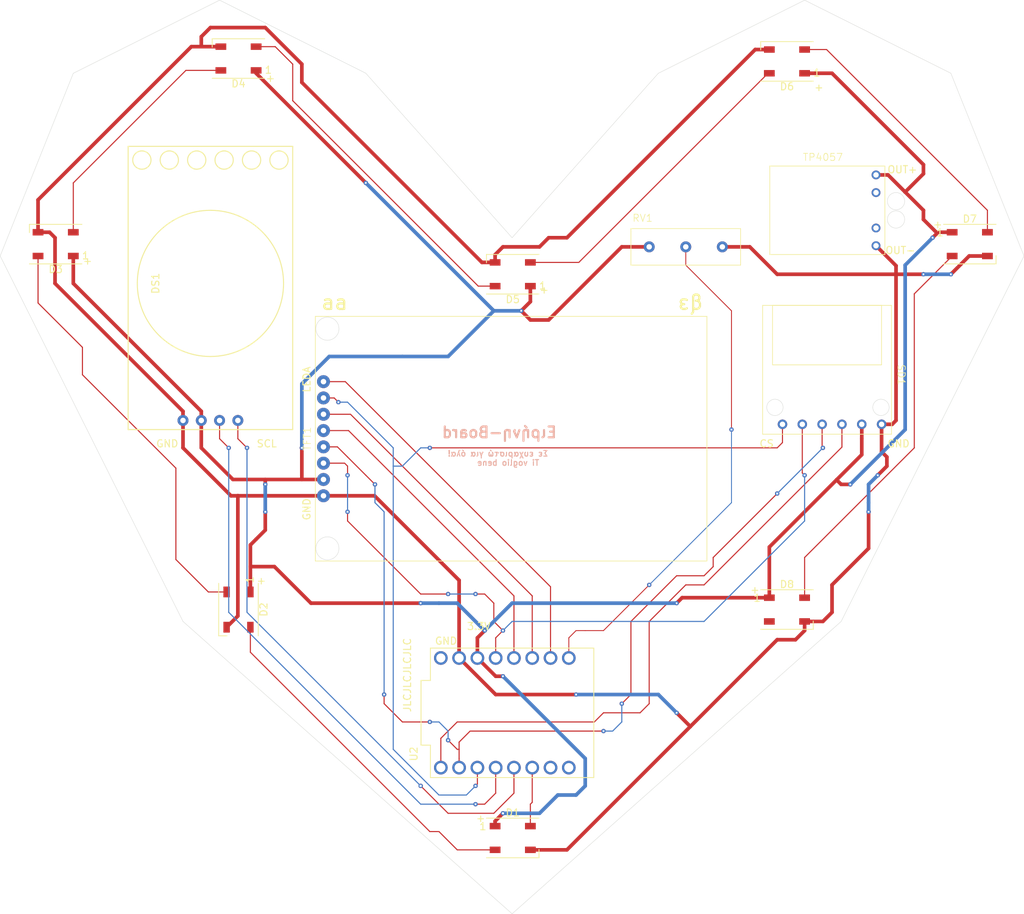
<source format=kicad_pcb>
(kicad_pcb (version 20240108) (generator "pcbnew") (generator_version "8.0")
  (title_block (title "Eirini-Board") (date "2024-07-03") (rev "1.0") (comment 1 "Made by Alessandro Amella"))
  (layers (0 "F.Cu" signal) (31 "B.Cu" signal) (34 "B.Paste" user) (35 "F.Paste" user) (36 "B.SilkS" user "B.Silkscreen") (37 "F.SilkS" user "F.Silkscreen") (38 "B.Mask" user) (39 "F.Mask" user) (44 "Edge.Cuts" user))
  (net 0 "")
  (net 1 "Net-(D1-VDD)")
  (net 2 "Net-(D1-DIN)")
  (net 3 "Net-(D1-DOUT)")
  (net 4 "Net-(D1-VSS)")
  (net 5 "Net-(D2-DOUT)")
  (net 6 "Net-(D3-DOUT)")
  (net 7 "Net-(D4-DOUT)")
  (net 8 "Net-(D5-DOUT)")
  (net 9 "Net-(D6-DOUT)")
  (net 10 "Net-(D7-DOUT)")
  (net 12 "Net-(U2-GPIO4)")
  (net 13 "Net-(U2-GPIO6)")
  (net 14 "Net-(U2-GPIO7)")
  (net 15 "Net-(U2-GPIO3)")
  (net 16 "Net-(U2-GPIO2)")
  (net 18 "Net-(U2-GPIO0)")
  (net 19 "Net-(U2-GPIO1)")
  (net 20 "Net-(U2-GPIO5)")
  (net 25 "Net-(U2-GPIO8)")
  (net 26 "Net-(U2-GPIO9)")
  (footprint "TP4057-correct:TP4057_correct" (layer "F.Cu") (at 129.54 44.45)
    (property "Reference" "TP4057" (at 0 -7.38 0) (layer "F.SilkS") (effects (font (thickness 0.1))))
    (property "Value" "~")
    (fp_line (start -7.38 -6.15) (end 8.61 -6.15) (stroke (width 0.1)) (layer "F.SilkS"))
    (fp_line (start -7.38 6.15) (end -7.38 -6.15) (stroke (width 0.1)) (layer "F.SilkS"))
    (fp_line (start 8.61 -6.15) (end 8.61 6.15) (stroke (width 0.1)) (layer "F.SilkS"))
    (fp_line (start 8.61 6.15) (end -7.38 6.15) (stroke (width 0.1)) (layer "F.SilkS"))
    (pad "+" thru_hole circle (at 7.38 -2.46) (size 1.23 1.23) (drill 0.762) (layers "*.Cu" "*.Mask"))
    (pad "-" thru_hole circle (at 7.38 2.46) (size 1.23 1.23) (drill 0.762) (layers "*.Cu" "*.Mask"))
    (pad "OUT+" thru_hole circle (at 7.38 -4.92) (size 1.23 1.23) (drill 0.762) (layers "*.Cu" "*.Mask") (net 1 "Net-(D1-VDD)"))
    (pad "OUT-" thru_hole circle (at 7.38 4.92) (size 1.23 1.23) (drill 0.762) (layers "*.Cu" "*.Mask") (net 4 "Net-(D1-VSS)"))
  )
  (footprint "LED_SMD:LED_WS2812B_PLCC4_5.0x5.0mm_P3.2mm" (layer "F.Cu") (at 48.35 99.95 -90)
    (property "Reference" "D2" (at 0 -3.5 90) (layer "F.SilkS"))
    (property "Value" "WS2812B")
    (fp_line (start -3.65 2.75) (end 3.65 2.75) (stroke (width 0.12)) (layer "F.SilkS"))
    (fp_line (start 3.65 2.75) (end 3.65 1.6) (stroke (width 0.12)) (layer "F.SilkS"))
    (fp_line (start -3.65 -2.75) (end 3.65 -2.75) (stroke (width 0.12)) (layer "F.SilkS"))
    (fp_text user "1" (at -4.15 -1.6 90) (layer "F.SilkS"))
    (pad "1" smd rect (at -2.45 -1.65 270) (size 1.5 0.9) (layers "F.Cu" "F.Paste" "F.Mask") (net 1 "Net-(D1-VDD)"))
    (pad "2" smd rect (at -2.45 1.65 270) (size 1.5 0.9) (layers "F.Cu" "F.Paste" "F.Mask") (net 5 "Net-(D2-DOUT)"))
    (pad "3" smd rect (at 2.45 1.65 270) (size 1.5 0.9) (layers "F.Cu" "F.Paste" "F.Mask") (net 4 "Net-(D1-VSS)"))
    (pad "4" smd rect (at 2.45 -1.65 270) (size 1.5 0.9) (layers "F.Cu" "F.Paste" "F.Mask") (net 3 "Net-(D1-DOUT)"))
  )
  (footprint "LED_SMD:LED_WS2812B_PLCC4_5.0x5.0mm_P3.2mm" (layer "F.Cu") (at 86.45 131.7)
    (property "Reference" "D1" (at 0 -3.5 0) (layer "F.SilkS"))
    (property "Value" "WS2812B")
    (fp_line (start -3.65 -2.75) (end 3.65 -2.75) (stroke (width 0.12)) (layer "F.SilkS"))
    (fp_line (start -3.65 2.75) (end 3.65 2.75) (stroke (width 0.12)) (layer "F.SilkS"))
    (fp_line (start 3.65 2.75) (end 3.65 1.6) (stroke (width 0.12)) (layer "F.SilkS"))
    (fp_text user "1" (at -4.15 -1.6 0) (layer "F.SilkS"))
    (pad "1" smd rect (at -2.45 -1.65) (size 1.5 0.9) (layers "F.Cu" "F.Paste" "F.Mask") (net 1 "Net-(D1-VDD)"))
    (pad "2" smd rect (at -2.45 1.65) (size 1.5 0.9) (layers "F.Cu" "F.Paste" "F.Mask") (net 3 "Net-(D1-DOUT)"))
    (pad "3" smd rect (at 2.45 1.65) (size 1.5 0.9) (layers "F.Cu" "F.Paste" "F.Mask") (net 4 "Net-(D1-VSS)"))
    (pad "4" smd rect (at 2.45 -1.65) (size 1.5 0.9) (layers "F.Cu" "F.Paste" "F.Mask") (net 2 "Net-(D1-DIN)"))
  )
  (footprint "LED_SMD:LED_WS2812B_PLCC4_5.0x5.0mm_P3.2mm" (layer "F.Cu") (at 86.45 53.34 180)
    (property "Reference" "D5" (at 0 -3.5 0) (layer "F.SilkS"))
    (property "Value" "WS2812B")
    (fp_line (start 3.65 2.75) (end 3.65 1.6) (stroke (width 0.12)) (layer "F.SilkS"))
    (fp_line (start -3.65 2.75) (end 3.65 2.75) (stroke (width 0.12)) (layer "F.SilkS"))
    (fp_line (start -3.65 -2.75) (end 3.65 -2.75) (stroke (width 0.12)) (layer "F.SilkS"))
    (fp_text user "1" (at -4.15 -1.6 0) (layer "F.SilkS"))
    (pad "1" smd rect (at -2.45 -1.65 180) (size 1.5 0.9) (layers "F.Cu" "F.Paste" "F.Mask") (net 1 "Net-(D1-VDD)"))
    (pad "2" smd rect (at -2.45 1.65 180) (size 1.5 0.9) (layers "F.Cu" "F.Paste" "F.Mask") (net 8 "Net-(D5-DOUT)"))
    (pad "3" smd rect (at 2.45 1.65 180) (size 1.5 0.9) (layers "F.Cu" "F.Paste" "F.Mask") (net 4 "Net-(D1-VSS)"))
    (pad "4" smd rect (at 2.45 -1.65 180) (size 1.5 0.9) (layers "F.Cu" "F.Paste" "F.Mask") (net 7 "Net-(D4-DOUT)"))
  )
  (footprint "LED_SMD:LED_WS2812B_PLCC4_5.0x5.0mm_P3.2mm" (layer "F.Cu") (at 124.55 99.95)
    (property "Reference" "D8" (at 0 -3.5 0) (layer "F.SilkS"))
    (property "Value" "WS2812B")
    (fp_line (start -3.65 -2.75) (end 3.65 -2.75) (stroke (width 0.12)) (layer "F.SilkS"))
    (fp_line (start -3.65 2.75) (end 3.65 2.75) (stroke (width 0.12)) (layer "F.SilkS"))
    (fp_line (start 3.65 2.75) (end 3.65 1.6) (stroke (width 0.12)) (layer "F.SilkS"))
    (fp_text user "1" (at -4.15 -1.6 0) (layer "F.SilkS"))
    (pad "1" smd rect (at -2.45 -1.65) (size 1.5 0.9) (layers "F.Cu" "F.Paste" "F.Mask") (net 1 "Net-(D1-VDD)"))
    (pad "2" smd rect (at -2.45 1.65) (size 1.5 0.9) (layers "F.Cu" "F.Paste" "F.Mask"))
    (pad "3" smd rect (at 2.45 1.65) (size 1.5 0.9) (layers "F.Cu" "F.Paste" "F.Mask") (net 4 "Net-(D1-VSS)"))
    (pad "4" smd rect (at 2.45 -1.65) (size 1.5 0.9) (layers "F.Cu" "F.Paste" "F.Mask") (net 10 "Net-(D7-DOUT)"))
  )
  (footprint "megasaturnv_custom_components:RTC_DS3231" (layer "F.Cu") (at 55.88 35.56 -90)
    (property "Reference" "DS1" (at 19.05 19.05 90) (layer "F.SilkS"))
    (property "Value" "~")
    (fp_line (start 0 22.86) (end 39.37 22.86) (stroke (width 0.15)) (layer "F.SilkS"))
    (fp_line (start 0 0) (end 0 22.86) (stroke (width 0.15)) (layer "F.SilkS"))
    (fp_line (start 0 0) (end 39.37 0) (stroke (width 0.15)) (layer "F.SilkS"))
    (fp_line (start 39.37 0) (end 39.37 22.86) (stroke (width 0.15)) (layer "F.SilkS"))
    (fp_circle (center 1.905 20.955) (end 1.905 19.685) (stroke (width 0.15)) (fill none) (layer "F.SilkS"))
    (fp_circle (center 1.905 17.145) (end 1.905 15.875) (stroke (width 0.15)) (fill none) (layer "F.SilkS"))
    (fp_circle (center 1.905 13.335) (end 1.905 12.065) (stroke (width 0.15)) (fill none) (layer "F.SilkS"))
    (fp_circle (center 19.05 11.43) (end 19.05 21.59) (stroke (width 0.15)) (fill none) (layer "F.SilkS"))
    (fp_circle (center 1.905 9.525) (end 1.905 8.255) (stroke (width 0.15)) (fill none) (layer "F.SilkS"))
    (fp_circle (center 1.905 5.715) (end 1.905 4.445) (stroke (width 0.15)) (fill none) (layer "F.SilkS"))
    (fp_circle (center 1.905 1.905) (end 1.905 0.635) (stroke (width 0.15)) (fill none) (layer "F.SilkS"))
    (pad "GND" thru_hole circle (at 38.1 15.24 270) (size 1.524 1.524) (drill 0.762) (layers "*.Cu" "*.Mask") (net 4 "Net-(D1-VSS)"))
    (pad "SCL" thru_hole circle (at 38.1 7.62 270) (size 1.524 1.524) (drill 0.762) (layers "*.Cu" "*.Mask") (net 26 "Net-(U2-GPIO9)"))
    (pad "SDA" thru_hole circle (at 38.1 10.16 270) (size 1.524 1.524) (drill 0.762) (layers "*.Cu" "*.Mask") (net 25 "Net-(U2-GPIO8)"))
    (pad "VCC" thru_hole circle (at 38.1 12.7 270) (size 1.524 1.524) (drill 0.762) (layers "*.Cu" "*.Mask") (net 1 "Net-(D1-VDD)"))
  )
  (footprint "esp32c3supermini:MODULE_ESP32-C3_SUPERMINI" (layer "F.Cu") (at 86.36 114.3 90)
    (property "Reference" "U2" (at -5.715 -13.6525 90) (layer "F.SilkS"))
    (property "Value" "ESP32-C3_SUPERMINI")
    (fp_line (start 4.5 -12.65) (end -4.5 -12.65) (stroke (width 0.127)) (layer "F.SilkS"))
    (fp_line (start 4.5 -12.65) (end 4.5 -11.35) (stroke (width 0.127)) (layer "F.SilkS"))
    (fp_line (start -4.5 -12.65) (end -4.5 -11.35) (stroke (width 0.127)) (layer "F.SilkS"))
    (fp_line (start 9 -11.35) (end 4.5 -11.35) (stroke (width 0.127)) (layer "F.SilkS"))
    (fp_line (start -4.5 -11.35) (end -9 -11.35) (stroke (width 0.127)) (layer "F.SilkS"))
    (fp_line (start 9 11.35) (end 9 -11.35) (stroke (width 0.127)) (layer "F.SilkS"))
    (fp_line (start 9 11.35) (end -9 11.35) (stroke (width 0.127)) (layer "F.SilkS"))
    (fp_line (start -9 11.35) (end -9 -11.35) (stroke (width 0.127)) (layer "F.SilkS"))
    (pad "0" thru_hole circle (at 7.62 7.88 90) (size 1.905 1.905) (drill 1.27) (layers "*.Cu" "*.Mask") (net 18 "Net-(U2-GPIO0)"))
    (pad "1" thru_hole circle (at 7.62 5.34 90) (size 1.905 1.905) (drill 1.27) (layers "*.Cu" "*.Mask") (net 19 "Net-(U2-GPIO1)"))
    (pad "2" thru_hole circle (at 7.62 2.8 90) (size 1.905 1.905) (drill 1.27) (layers "*.Cu" "*.Mask") (net 16 "Net-(U2-GPIO2)"))
    (pad "3" thru_hole circle (at 7.62 0.26 90) (size 1.905 1.905) (drill 1.27) (layers "*.Cu" "*.Mask") (net 15 "Net-(U2-GPIO3)"))
    (pad "3.3" thru_hole circle (at 7.62 -4.82 90) (size 1.905 1.905) (drill 1.27) (layers "*.Cu" "*.Mask") (net 1 "Net-(D1-VDD)"))
    (pad "4" thru_hole circle (at 7.62 -2.28 90) (size 1.905 1.905) (drill 1.27) (layers "*.Cu" "*.Mask") (net 12 "Net-(U2-GPIO4)"))
    (pad "5" thru_hole circle (at -7.62 -9.9 90) (size 1.905 1.905) (drill 1.27) (layers "*.Cu" "*.Mask") (net 20 "Net-(U2-GPIO5)"))
    (pad "5V" thru_hole circle (at 7.62 -9.9 90) (size 1.905 1.905) (drill 1.27) (layers "*.Cu" "*.Mask"))
    (pad "6" thru_hole circle (at -7.62 -7.36 90) (size 1.905 1.905) (drill 1.27) (layers "*.Cu" "*.Mask") (net 13 "Net-(U2-GPIO6)"))
    (pad "7" thru_hole circle (at -7.62 -4.82 90) (size 1.905 1.905) (drill 1.27) (layers "*.Cu" "*.Mask") (net 14 "Net-(U2-GPIO7)"))
    (pad "8" thru_hole circle (at -7.62 -2.28 90) (size 1.905 1.905) (drill 1.27) (layers "*.Cu" "*.Mask") (net 25 "Net-(U2-GPIO8)"))
    (pad "9" thru_hole circle (at -7.62 0.26 90) (size 1.905 1.905) (drill 1.27) (layers "*.Cu" "*.Mask") (net 26 "Net-(U2-GPIO9)"))
    (pad "10" thru_hole circle (at -7.62 2.8 90) (size 1.905 1.905) (drill 1.27) (layers "*.Cu" "*.Mask") (net 2 "Net-(D1-DIN)"))
    (pad "20" thru_hole circle (at -7.62 5.34 90) (size 1.905 1.905) (drill 1.27) (layers "*.Cu" "*.Mask"))
    (pad "21" thru_hole circle (at -7.62 7.88 90) (size 1.905 1.905) (drill 1.27) (layers "*.Cu" "*.Mask"))
    (pad "G" thru_hole circle (at 7.62 -7.36 90) (size 1.905 1.905) (drill 1.27) (layers "*.Cu" "*.Mask") (net 4 "Net-(D1-VSS)"))
  )
  (footprint "LED_SMD:LED_WS2812B_PLCC4_5.0x5.0mm_P3.2mm" (layer "F.Cu") (at 22.95 49.15 180)
    (property "Reference" "D3" (at 0 -3.5 0) (layer "F.SilkS"))
    (property "Value" "WS2812B")
    (fp_line (start 3.65 2.75) (end 3.65 1.6) (stroke (width 0.12)) (layer "F.SilkS"))
    (fp_line (start -3.65 2.75) (end 3.65 2.75) (stroke (width 0.12)) (layer "F.SilkS"))
    (fp_line (start -3.65 -2.75) (end 3.65 -2.75) (stroke (width 0.12)) (layer "F.SilkS"))
    (fp_text user "1" (at -4.15 -1.6 0) (layer "F.SilkS"))
    (pad "1" smd rect (at -2.45 -1.65 180) (size 1.5 0.9) (layers "F.Cu" "F.Paste" "F.Mask") (net 1 "Net-(D1-VDD)"))
    (pad "2" smd rect (at -2.45 1.65 180) (size 1.5 0.9) (layers "F.Cu" "F.Paste" "F.Mask") (net 6 "Net-(D3-DOUT)"))
    (pad "3" smd rect (at 2.45 1.65 180) (size 1.5 0.9) (layers "F.Cu" "F.Paste" "F.Mask") (net 4 "Net-(D1-VSS)"))
    (pad "4" smd rect (at 2.45 -1.65 180) (size 1.5 0.9) (layers "F.Cu" "F.Paste" "F.Mask") (net 5 "Net-(D2-DOUT)"))
  )
  (footprint "LED_SMD:LED_WS2812B_PLCC4_5.0x5.0mm_P3.2mm" (layer "F.Cu") (at 149.95 49.15)
    (property "Reference" "D7" (at 0 -3.5 0) (layer "F.SilkS"))
    (property "Value" "WS2812B")
    (fp_line (start -3.65 -2.75) (end 3.65 -2.75) (stroke (width 0.12)) (layer "F.SilkS"))
    (fp_line (start -3.65 2.75) (end 3.65 2.75) (stroke (width 0.12)) (layer "F.SilkS"))
    (fp_line (start 3.65 2.75) (end 3.65 1.6) (stroke (width 0.12)) (layer "F.SilkS"))
    (fp_text user "1" (at -4.15 -1.6 0) (layer "F.SilkS"))
    (pad "1" smd rect (at -2.45 -1.65) (size 1.5 0.9) (layers "F.Cu" "F.Paste" "F.Mask") (net 1 "Net-(D1-VDD)"))
    (pad "2" smd rect (at -2.45 1.65) (size 1.5 0.9) (layers "F.Cu" "F.Paste" "F.Mask") (net 10 "Net-(D7-DOUT)"))
    (pad "3" smd rect (at 2.45 1.65) (size 1.5 0.9) (layers "F.Cu" "F.Paste" "F.Mask") (net 4 "Net-(D1-VSS)"))
    (pad "4" smd rect (at 2.45 -1.65) (size 1.5 0.9) (layers "F.Cu" "F.Paste" "F.Mask") (net 9 "Net-(D6-DOUT)"))
  )
  (footprint "LED_SMD:LED_WS2812B_PLCC4_5.0x5.0mm_P3.2mm" (layer "F.Cu") (at 48.35 23.35 180)
    (property "Reference" "D4" (at 0 -3.5 0) (layer "F.SilkS"))
    (property "Value" "WS2812B")
    (fp_line (start 3.65 2.75) (end 3.65 1.6) (stroke (width 0.12)) (layer "F.SilkS"))
    (fp_line (start -3.65 2.75) (end 3.65 2.75) (stroke (width 0.12)) (layer "F.SilkS"))
    (fp_line (start -3.65 -2.75) (end 3.65 -2.75) (stroke (width 0.12)) (layer "F.SilkS"))
    (fp_text user "1" (at -4.15 -1.6 0) (layer "F.SilkS"))
    (pad "1" smd rect (at -2.45 -1.65 180) (size 1.5 0.9) (layers "F.Cu" "F.Paste" "F.Mask") (net 1 "Net-(D1-VDD)"))
    (pad "2" smd rect (at -2.45 1.65 180) (size 1.5 0.9) (layers "F.Cu" "F.Paste" "F.Mask") (net 7 "Net-(D4-DOUT)"))
    (pad "3" smd rect (at 2.45 1.65 180) (size 1.5 0.9) (layers "F.Cu" "F.Paste" "F.Mask") (net 4 "Net-(D1-VSS)"))
    (pad "4" smd rect (at 2.45 -1.65 180) (size 1.5 0.9) (layers "F.Cu" "F.Paste" "F.Mask") (net 6 "Net-(D3-DOUT)"))
  )
  (footprint "potentiometer_normal:potentiometer_normal" (layer "F.Cu") (at 110.49 49.53)
    (property "Reference" "RV1" (at -6 -4 0) (layer "F.SilkS") (effects (font (thickness 0.1))))
    (property "Value" "R_Potentiometer")
    (fp_line (start -7.62 -2.54) (end 7.62 -2.54) (stroke (width 0.1)) (layer "F.SilkS"))
    (fp_line (start -7.62 2.54) (end -7.62 -2.54) (stroke (width 0.1)) (layer "F.SilkS"))
    (fp_line (start 7.62 -2.54) (end 7.62 2.54) (stroke (width 0.1)) (layer "F.SilkS"))
    (fp_line (start 7.62 2.54) (end -7.62 2.54) (stroke (width 0.1)) (layer "F.SilkS"))
    (pad "GND" thru_hole circle (at 5.08 0) (size 1.524 1.524) (drill 0.762) (layers "*.Cu" "*.Mask") (net 4 "Net-(D1-VSS)"))
    (pad "OUT" thru_hole circle (at 0 0) (size 1.524 1.524) (drill 0.762) (layers "*.Cu" "*.Mask") (net 18 "Net-(U2-GPIO0)"))
    (pad "VCC" thru_hole circle (at -5.08 0) (size 1.524 1.524) (drill 0.762) (layers "*.Cu" "*.Mask") (net 1 "Net-(D1-VDD)"))
  )
  (footprint "LED_SMD:LED_WS2812B_PLCC4_5.0x5.0mm_P3.2mm" (layer "F.Cu") (at 124.55 23.75 180)
    (property "Reference" "D6" (at 0 -3.5 0) (layer "F.SilkS"))
    (property "Value" "WS2812B")
    (fp_line (start 3.65 2.75) (end 3.65 1.6) (stroke (width 0.12)) (layer "F.SilkS"))
    (fp_line (start -3.65 2.75) (end 3.65 2.75) (stroke (width 0.12)) (layer "F.SilkS"))
    (fp_line (start -3.65 -2.75) (end 3.65 -2.75) (stroke (width 0.12)) (layer "F.SilkS"))
    (fp_text user "1" (at -4.15 -1.6 0) (layer "F.SilkS"))
    (pad "1" smd rect (at -2.45 -1.65 180) (size 1.5 0.9) (layers "F.Cu" "F.Paste" "F.Mask") (net 1 "Net-(D1-VDD)"))
    (pad "2" smd rect (at -2.45 1.65 180) (size 1.5 0.9) (layers "F.Cu" "F.Paste" "F.Mask") (net 9 "Net-(D6-DOUT)"))
    (pad "3" smd rect (at 2.45 1.65 180) (size 1.5 0.9) (layers "F.Cu" "F.Paste" "F.Mask") (net 4 "Net-(D1-VSS)"))
    (pad "4" smd rect (at 2.45 -1.65 180) (size 1.5 0.9) (layers "F.Cu" "F.Paste" "F.Mask") (net 8 "Net-(D5-DOUT)"))
  )
  (footprint "MicroSDMii:MicroSD Reader" (layer "F.Cu") (at 130.81 67.31 -90)
    (property "Reference" "SD1" (at 0 -9.638461 -90) (layer "F.SilkS") (effects (font (thickness 0.1))))
    (property "Value" "~")
    (fp_line (start -9.638461 9.638461) (end -9.638461 -8.261538) (stroke (width 0.1)) (layer "F.SilkS"))
    (fp_line (start 8.261538 9.638461) (end -9.638461 9.638461) (stroke (width 0.1)) (layer "F.SilkS"))
    (fp_line (start -9.638461 -8.261538) (end 8.261538 -8.261538) (stroke (width 0.1)) (layer "F.SilkS"))
    (fp_line (start 8.261538 -8.261538) (end 8.261538 9.638461) (stroke (width 0.1)) (layer "F.SilkS"))
    (fp_rect (start -9.638461 -6.884615) (end -1.376923 8.261538) (stroke (width 0.1)) (fill none) (layer "F.SilkS"))
    (fp_circle (center 4.533332 7.933331) (end 5.666665 7.933331) (stroke (width 0.05)) (fill none) (layer "Edge.Cuts"))
    (fp_circle (center 4.533332 -6.799998) (end 5.666665 -6.799998) (stroke (width 0.05)) (fill none) (layer "Edge.Cuts"))
    (pad "CS" thru_hole circle (at 6.884615 6.884615 270) (size 1.325926 1.325926) (drill 0.762) (layers "*.Cu" "*.Mask") (net 14 "Net-(U2-GPIO7)"))
    (pad "GND" thru_hole circle (at 6.884615 -6.884615 270) (size 1.325926 1.325926) (drill 0.762) (layers "*.Cu" "*.Mask") (net 4 "Net-(D1-VSS)"))
    (pad "MISO" thru_hole circle (at 6.884615 -1.376923 270) (size 1.325926 1.325926) (drill 0.762) (layers "*.Cu" "*.Mask") (net 20 "Net-(U2-GPIO5)"))
    (pad "MOSI" thru_hole circle (at 6.884615 1.376923 270) (size 1.325926 1.325926) (drill 0.762) (layers "*.Cu" "*.Mask") (net 13 "Net-(U2-GPIO6)"))
    (pad "SCK" thru_hole circle (at 6.884615 4.130769 270) (size 1.325926 1.325926) (drill 0.762) (layers "*.Cu" "*.Mask") (net 12 "Net-(U2-GPIO4)"))
    (pad "VCC" thru_hole circle (at 6.884615 -4.130769 270) (size 1.325926 1.325926) (drill 0.762) (layers "*.Cu" "*.Mask") (net 1 "Net-(D1-VDD)"))
  )
  (footprint "TFT1-77:TFT1-77" (layer "F.Cu") (at 85.09 76.2 90)
    (property "Reference" "TFT1" (at -0.000015 -27.200004 90) (layer "F.SilkS") (effects (font (thickness 0.1))))
    (property "Value" "~")
    (fp_line (start 16.999995 -26.066671) (end 16.999995 28.333337) (stroke (width 0.1)) (layer "F.SilkS"))
    (fp_line (start -17.00001 -26.066671) (end 16.999995 -26.066671) (stroke (width 0.1)) (layer "F.SilkS"))
    (fp_line (start 16.999995 28.333337) (end -17.00001 28.333337) (stroke (width 0.1)) (layer "F.SilkS"))
    (fp_line (start -17.00001 28.333337) (end -17.00001 -26.066671) (stroke (width 0.1)) (layer "F.SilkS"))
    (fp_circle (center 15.288226 -24.384) (end 16.421559 -23.250667) (stroke (width 0.05)) (fill none) (layer "Edge.Cuts"))
    (fp_circle (center -15.24 -24.384) (end -14.106667 -23.250667) (stroke (width 0.05)) (fill none) (layer "Edge.Cuts"))
    (pad "CS" thru_hole circle (at 5.666665 -24.933338 90) (size 1.8 1.8) (drill 0.762) (layers "*.Cu" "*.Mask") (net 14 "Net-(U2-GPIO7)"))
    (pad "GND" thru_hole circle (at -7.933331 -24.933338 90) (size 1.8 1.8) (drill 0.762) (layers "*.Cu" "*.Mask") (net 4 "Net-(D1-VSS)"))
    (pad "LEDA" thru_hole circle (at 7.933331 -24.933326 90) (size 1.8 1.8) (drill 0.762) (layers "*.Cu" "*.Mask") (net 19 "Net-(U2-GPIO1)"))
    (pad "RES" thru_hole circle (at 1.133333 -24.933326 90) (size 1.8 1.8) (drill 0.762) (layers "*.Cu" "*.Mask") (net 15 "Net-(U2-GPIO3)"))
    (pad "RS" thru_hole circle (at 3.399999 -24.933326 90) (size 1.8 1.8) (drill 0.762) (layers "*.Cu" "*.Mask") (net 16 "Net-(U2-GPIO2)"))
    (pad "SCK" thru_hole circle (at -3.399999 -24.933326 90) (size 1.8 1.8) (drill 0.762) (layers "*.Cu" "*.Mask") (net 12 "Net-(U2-GPIO4)"))
    (pad "SDA" thru_hole circle (at -1.133333 -24.933338 90) (size 1.8 1.8) (drill 0.762) (layers "*.Cu" "*.Mask") (net 13 "Net-(U2-GPIO6)"))
    (pad "VCC" thru_hole circle (at -5.666665 -24.933326 90) (size 1.8 1.8) (drill 0.762) (layers "*.Cu" "*.Mask") (net 1 "Net-(D1-VDD)"))
  )
  (gr_line (start 66.04 25.4) (end 86.36 48.26) (stroke (width 0.05)) (layer "Edge.Cuts"))
  (gr_line (start 132.08 101.6) (end 86.36 142.24) (stroke (width 0.05)) (layer "Edge.Cuts"))
  (gr_line (start 45.72 15.24) (end 25.4 25.4) (stroke (width 0.05)) (layer "Edge.Cuts"))
  (gr_circle (center 139.7 43.18) (end 140.9 43.18) (stroke (width 0.05)) (fill none) (layer "Edge.Cuts"))
  (gr_line (start 147.32 25.4) (end 157.48 50.8) (stroke (width 0.05)) (layer "Edge.Cuts"))
  (gr_line (start 40.64 101.6) (end 15.24 50.8) (stroke (width 0.05)) (layer "Edge.Cuts"))
  (gr_line (start 86.36 48.26) (end 106.68 25.4) (stroke (width 0.05)) (layer "Edge.Cuts"))
  (gr_line (start 157.48 50.8) (end 132.08 101.6) (stroke (width 0.05)) (layer "Edge.Cuts"))
  (gr_line (start 106.68 25.4) (end 127 15.24) (stroke (width 0.05)) (layer "Edge.Cuts"))
  (gr_circle (center 139.7 45.72) (end 140.9 45.72) (stroke (width 0.05)) (fill none) (layer "Edge.Cuts"))
  (gr_line (start 25.4 25.4) (end 15.24 50.8) (stroke (width 0.05)) (layer "Edge.Cuts"))
  (gr_line (start 127 15.24) (end 147.32 25.4) (stroke (width 0.05)) (layer "Edge.Cuts"))
  (gr_line (start 86.36 142.24) (end 40.64 101.6) (stroke (width 0.05)) (layer "Edge.Cuts"))
  (gr_line (start 45.72 15.24) (end 66.04 25.4) (stroke (width 0.05)) (layer "Edge.Cuts"))
  (gr_text "Ειρήνη-Board" (at 92.71 76.2 0) (layer "B.SilkS") (effects (font (size 1.5 1.5) (thickness 0.3) (bold yes)) (justify left bottom mirror)))
  (gr_text "Σε ευχαριστώ για όλα!\n  Ti voglio bene" (at 91.44 80.01 0) (layer "B.SilkS") (effects (font (size 0.8 0.8) (thickness 0.15) (bold yes)) (justify left bottom mirror)))
  (gr_text "εβ" (at 109.22 58.42 0) (layer "F.SilkS") (effects (font (size 2 2) (thickness 0.3)) (justify left bottom)))
  (gr_text "JLCJLCJLCJLC" (at 72.39 114.3 90) (layer "F.SilkS") (effects (font (size 1 1)) (justify left bottom)))
  (gr_text "+" (at 90.1 56.09 0) (layer "F.SilkS") (effects (font (size 1 1)) (justify left bottom)))
  (gr_text "+" (at 50.8 96.52 0) (layer "F.SilkS") (effects (font (size 1 1)) (justify left bottom)))
  (gr_text "+" (at 128.27 27.94 0) (layer "F.SilkS") (effects (font (size 1 1)) (justify left bottom)))
  (gr_text "OUT+" (at 138.43 39.37 0) (layer "F.SilkS") (effects (font (size 1 1)) (justify left bottom)))
  (gr_text "+" (at 26.67 52.07 0) (layer "F.SilkS") (effects (font (size 1 1)) (justify left bottom)))
  (gr_text "GND" (at 75.565 104.902 0) (layer "F.SilkS") (effects (font (size 1 1)) (justify left bottom)))
  (gr_text "GND" (at 138.43 77.47 0) (layer "F.SilkS") (effects (font (size 1 1)) (justify left bottom)))
  (gr_text "aa" (at 59.69 58.42 0) (layer "F.SilkS") (effects (font (size 2 2) (thickness 0.3)) (justify left bottom)))
  (gr_text "+" (at 52.07 26.67 0) (layer "F.SilkS") (effects (font (size 1 1)) (justify left bottom)))
  (gr_text "GND" (at 58.42 87.63 90) (layer "F.SilkS") (effects (font (size 1 1)) (justify left bottom)))
  (gr_text "CS" (at 120.65 77.47 0) (layer "F.SilkS") (effects (font (size 1 1)) (justify left bottom)))
  (gr_text "LEDA" (at 58.42 69.85 90) (layer "F.SilkS") (effects (font (size 1 1)) (justify left bottom)))
  (gr_text "+" (at 119.38 97.79 0) (layer "F.SilkS") (effects (font (size 1 1)) (justify left bottom)))
  (gr_text "OUT-" (at 138.15 50.6 0) (layer "F.SilkS") (effects (font (size 1 1)) (justify left bottom)))
  (gr_text "SCL" (at 50.8 77.47 0) (layer "F.SilkS") (effects (font (size 1 1)) (justify left bottom)))
  (gr_text "+" (at 144.78 46.99 0) (layer "F.SilkS") (effects (font (size 1 1)) (justify left bottom)))
  (gr_text "+" (at 81.28 129.54 0) (layer "F.SilkS") (effects (font (size 1 1)) (justify left bottom)))
  (gr_text "GND" (at 36.83 77.47 0) (layer "F.SilkS") (effects (font (size 1 1)) (justify left bottom)))
  (gr_text "3.3V" (at 80.01 102.87 0) (layer "F.SilkS") (effects (font (size 1 1)) (justify left bottom)))
  (segment (start 140.97 41.91) (end 143.51 39.37) (width 0.508) (layer "F.Cu") (net 1))
  (segment (start 50.8 25.4) (end 66.04 40.64) (width 0.508) (layer "F.Cu") (net 1))
  (segment (start 109.98 98.3) (end 122.1 98.3) (width 0.508) (layer "F.Cu") (net 1))
  (segment (start 143.51 38.1) (end 130.81 25.4) (width 0.508) (layer "F.Cu") (net 1))
  (segment (start 50 97.5) (end 50 93.98) (width 0.508) (layer "F.Cu") (net 1))
  (segment (start 50 90.97) (end 50.8 90.17) (width 0.508) (layer "F.Cu") (net 1))
  (segment (start 143.51 45.72) (end 143.51 44.45) (width 0.508) (layer "F.Cu") (net 1))
  (segment (start 25.4 50.8) (end 25.4 54.61) (width 0.508) (layer "F.Cu") (net 1))
  (segment (start 53.34 93.98) (end 50 93.98) (width 0.508) (layer "F.Cu") (net 1))
  (segment (start 52.07 82.55) (end 52.07 81.866665) (width 0.508) (layer "F.Cu") (net 1))
  (segment (start 134.940769 78.419231) (end 134.940769 76.2) (width 0.508) (layer "F.Cu") (net 1))
  (segment (start 57.15 81.866665) (end 60.156674 81.866665) (width 0.508) (layer "F.Cu") (net 1))
  (segment (start 122.1 98.3) (end 122.1 91.26) (width 0.508) (layer "F.Cu") (net 1))
  (segment (start 147.5 47.5) (end 145.54 47.5) (width 0.508) (layer "F.Cu") (net 1))
  (segment (start 145.54 47.5) (end 144.78 48.26) (width 0.508) (layer "F.Cu") (net 1))
  (segment (start 73.66 99.06) (end 58.42 99.06) (width 0.508) (layer "F.Cu") (net 1))
  (segment (start 131.445 81.915) (end 134.940769 78.419231) (width 0.508) (layer "F.Cu") (net 1))
  (segment (start 25.4 54.61) (end 43.18 72.39) (width 0.508) (layer "F.Cu") (net 1))
  (segment (start 145.54 47.5) (end 145.29 47.5) (width 0.508) (layer "F.Cu") (net 1))
  (segment (start 81.54 103.88) (end 82.55 102.87) (width 0.508) (layer "F.Cu") (net 1))
  (segment (start 84.08 109.22) (end 85.09 109.22) (width 0.508) (layer "F.Cu") (net 1))
  (segment (start 88.9 57.15) (end 87.63 58.42) (width 0.508) (layer "F.Cu") (net 1))
  (segment (start 101.6 49.53) (end 105.41 49.53) (width 0.508) (layer "F.Cu") (net 1))
  (segment (start 58.42 99.06) (end 53.34 93.98) (width 0.508) (layer "F.Cu") (net 1))
  (segment (start 47.576665 81.866665) (end 52.07 81.866665) (width 0.508) (layer "F.Cu") (net 1))
  (segment (start 84 129.36) (end 85.09 128.27) (width 0.508) (layer "F.Cu") (net 1))
  (segment (start 134.940769 76.2) (end 134.940769 74.194615) (width 0.508) (layer "F.Cu") (net 1))
  (segment (start 52.07 88.9) (end 52.07 86.36) (width 0.508) (layer "F.Cu") (net 1))
  (segment (start 57.15 77.47) (end 57.15 81.866665) (width 0.508) (layer "F.Cu") (net 1))
  (segment (start 122.1 91.26) (end 131.445 81.915) (width 0.508) (layer "F.Cu") (net 1))
  (segment (start 138.59 39.53) (end 136.92 39.53) (width 0.508) (layer "F.Cu") (net 1))
  (segment (start 43.18 73.66) (end 43.18 77.47) (width 0.508) (layer "F.Cu") (net 1))
  (segment (start 143.51 39.37) (end 143.51 38.1) (width 0.508) (layer "F.Cu") (net 1))
  (segment (start 133.35 82.55) (end 132.08 82.55) (width 0.508) (layer "F.Cu") (net 1))
  (segment (start 88.9 59.69) (end 91.44 59.69) (width 0.508) (layer "F.Cu") (net 1))
  (segment (start 52.07 81.866665) (end 57.15 81.866665) (width 0.508) (layer "F.Cu") (net 1))
  (segment (start 88.9 54.99) (end 88.9 57.15) (width 0.508) (layer "F.Cu") (net 1))
  (segment (start 91.44 59.69) (end 101.6 49.53) (width 0.508) (layer "F.Cu") (net 1))
  (segment (start 50 93.98) (end 50 90.97) (width 0.508) (layer "F.Cu") (net 1))
  (segment (start 43.18 77.47) (end 47.576665 81.866665) (width 0.508) (layer "F.Cu") (net 1))
  (segment (start 50.8 25) (end 50.8 25.4) (width 0.508) (layer "F.Cu") (net 1))
  (segment (start 43.18 72.39) (end 43.18 73.66) (width 0.508) (layer "F.Cu") (net 1))
  (segment (start 81.54 106.68) (end 81.54 103.88) (width 0.508) (layer "F.Cu") (net 1))
  (segment (start 130.81 25.4) (end 127 25.4) (width 0.508) (layer "F.Cu") (net 1))
  (segment (start 132.08 82.55) (end 131.445 81.915) (width 0.508) (layer "F.Cu") (net 1))
  (segment (start 50.8 90.17) (end 52.07 88.9) (width 0.508) (layer "F.Cu") (net 1))
  (segment (start 145.29 47.5) (end 143.51 45.72) (width 0.508) (layer "F.Cu") (net 1))
  (segment (start 143.51 44.45) (end 140.97 41.91) (width 0.508) (layer "F.Cu") (net 1))
  (segment (start 109.22 99.06) (end 109.98 98.3) (width 0.508) (layer "F.Cu") (net 1))
  (segment (start 84 130.05) (end 84 129.36) (width 0.508) (layer "F.Cu") (net 1))
  (segment (start 140.97 41.91) (end 138.59 39.53) (width 0.508) (layer "F.Cu") (net 1))
  (segment (start 87.63 58.42) (end 88.9 59.69) (width 0.508) (layer "F.Cu") (net 1))
  (segment (start 81.54 106.68) (end 84.08 109.22) (width 0.508) (layer "F.Cu") (net 1))
  (via (at 133.35 82.55) (size 0.61) (drill 0.254) (layers "F.Cu" "B.Cu") (net 1))
  (via (at 85.09 128.27) (size 0.61) (drill 0.3) (layers "F.Cu" "B.Cu") (net 1))
  (via (at 52.07 86.36) (size 0.61) (drill 0.254) (layers "F.Cu" "B.Cu") (net 1))
  (via (at 52.07 82.55) (size 0.61) (drill 0.254) (layers "F.Cu" "B.Cu") (net 1))
  (via (at 109.22 99.06) (size 0.6) (drill 0.254) (layers "F.Cu" "B.Cu") (net 1))
  (via (at 66.04 40.64) (size 0.61) (drill 0.254) (layers "F.Cu" "B.Cu") (net 1))
  (via (at 57.15 77.47) (size 0.61) (drill 0.254) (layers "F.Cu" "B.Cu") (net 1))
  (via (at 82.55 102.87) (size 0.61) (drill 0.254) (layers "F.Cu" "B.Cu") (net 1))
  (via (at 87.63 58.42) (size 0.61) (drill 0.254) (layers "F.Cu" "B.Cu") (net 1))
  (via (at 144.78 48.26) (size 0.61) (drill 0.254) (layers "F.Cu" "B.Cu") (net 1))
  (via (at 73.66 99.06) (size 0.61) (drill 0.254) (layers "F.Cu" "B.Cu") (net 1))
  (via (at 85.09 109.22) (size 0.6) (drill 0.254) (layers "F.Cu" "B.Cu") (net 1))
  (segment (start 83.82 58.42) (end 77.47 64.77) (width 0.508) (layer "B.Cu") (net 1))
  (segment (start 83.82 58.42) (end 87.63 58.42) (width 0.508) (layer "B.Cu") (net 1))
  (segment (start 60.96 64.77) (end 57.15 68.58) (width 0.508) (layer "B.Cu") (net 1))
  (segment (start 140.97 74.93) (end 133.35 82.55) (width 0.508) (layer "B.Cu") (net 1))
  (segment (start 96.52 120.65) (end 85.09 109.22) (width 0.508) (layer "B.Cu") (net 1))
  (segment (start 71.12 64.77) (end 60.96 64.77) (width 0.508) (layer "B.Cu") (net 1))
  (segment (start 85.09 128.27) (end 90.17 128.27) (width 0.508) (layer "B.Cu") (net 1))
  (segment (start 82.55 102.87) (end 78.74 99.06) (width 0.508) (layer "B.Cu") (net 1))
  (segment (start 78.74 99.06) (end 76.2 99.06) (width 0.508) (layer "B.Cu") (net 1))
  (segment (start 52.07 86.36) (end 52.07 82.55) (width 0.508) (layer "B.Cu") (net 1))
  (segment (start 90.17 128.27) (end 92.71 125.73) (width 0.508) (layer "B.Cu") (net 1))
  (segment (start 77.47 64.77) (end 71.12 64.77) (width 0.508) (layer "B.Cu") (net 1))
  (segment (start 95.25 125.73) (end 96.52 124.46) (width 0.508) (layer "B.Cu") (net 1))
  (segment (start 76.2 99.06) (end 73.66 99.06) (width 0.508) (layer "B.Cu") (net 1))
  (segment (start 82.55 102.87) (end 86.36 99.06) (width 0.508) (layer "B.Cu") (net 1))
  (segment (start 92.71 125.73) (end 95.25 125.73) (width 0.508) (layer "B.Cu") (net 1))
  (segment (start 86.36 99.06) (end 109.22 99.06) (width 0.508) (layer "B.Cu") (net 1))
  (segment (start 96.52 124.46) (end 96.52 120.65) (width 0.508) (layer "B.Cu") (net 1))
  (segment (start 66.04 40.64) (end 83.82 58.42) (width 0.508) (layer "B.Cu") (net 1))
  (segment (start 144.78 48.26) (end 140.97 52.07) (width 0.508) (layer "B.Cu") (net 1))
  (segment (start 57.15 68.58) (end 57.15 77.47) (width 0.508) (layer "B.Cu") (net 1))
  (segment (start 140.97 52.07) (end 140.97 74.93) (width 0.508) (layer "B.Cu") (net 1))
  (segment (start 89.16 121.92) (end 89.16 126.74) (width 0.1524) (layer "F.Cu") (net 2))
  (segment (start 89.16 126.74) (end 88.9 127) (width 0.1524) (layer "F.Cu") (net 2))
  (segment (start 88.9 127) (end 88.9 130.05) (width 0.1524) (layer "F.Cu") (net 2))
  (segment (start 50 102.4) (end 50 105.88) (width 0.1524) (layer "F.Cu") (net 3))
  (segment (start 76.2 130.81) (end 78.74 133.35) (width 0.1524) (layer "F.Cu") (net 3))
  (segment (start 74.93 130.81) (end 76.2 130.81) (width 0.1524) (layer "F.Cu") (net 3))
  (segment (start 78.74 133.35) (end 84 133.35) (width 0.1524) (layer "F.Cu") (net 3))
  (segment (start 50 105.88) (end 74.93 130.81) (width 0.1524) (layer "F.Cu") (net 3))
  (segment (start 57.15 26.67) (end 57.15 24.13) (width 0.508) (layer "F.Cu") (net 4))
  (segment (start 152.4 50.8) (end 149.86 50.8) (width 0.508) (layer "F.Cu") (net 4))
  (segment (start 93.98 48.26) (end 91.44 48.26) (width 0.508) (layer "F.Cu") (net 4))
  (segment (start 139.7 53.34) (end 139.7 52.15) (width 0.508) (layer "F.Cu") (net 4))
  (segment (start 43.18 21.7) (end 41.8 21.7) (width 0.508) (layer "F.Cu") (net 4))
  (segment (start 84 51.69) (end 82.17 51.69) (width 0.508) (layer "F.Cu") (net 4))
  (segment (start 119.38 49.53) (end 115.57 49.53) (width 0.508) (layer "F.Cu") (net 4))
  (segment (start 149.86 50.8) (end 147.32 53.34) (width 0.508) (layer "F.Cu") (net 4))
  (segment (start 130.81 96.52) (end 130.81 100.33) (width 0.508) (layer "F.Cu") (net 4))
  (segment (start 67.251357 84.133331) (end 79 95.881974) (width 0.508) (layer "F.Cu") (net 4))
  (segment (start 48.26 84.133331) (end 60.156662 84.133331) (width 0.508) (layer "F.Cu") (net 4))
  (segment (start 137.694615 78.004615) (end 138.43 78.74) (width 0.508) (layer "F.Cu") (net 4))
  (segment (start 123.19 53.34) (end 119.38 49.53) (width 0.508) (layer "F.Cu") (net 4))
  (segment (start 46.7 102.4) (end 48.26 100.84) (width 0.508) (layer "F.Cu") (net 4))
  (segment (start 138.43 78.74) (end 138.43 80.01) (width 0.508) (layer "F.Cu") (net 4))
  (segment (start 48.26 100.84) (end 48.26 84.133331) (width 0.508) (layer "F.Cu") (net 4))
  (segment (start 52.07 19.05) (end 44.45 19.05) (width 0.508) (layer "F.Cu") (net 4))
  (segment (start 128.27 101.6) (end 127 101.6) (width 0.508) (layer "F.Cu") (net 4))
  (segment (start 40.64 73.66) (end 40.64 72.39) (width 0.508) (layer "F.Cu") (net 4))
  (segment (start 120.14 22.1) (end 93.98 48.26) (width 0.508) (layer "F.Cu") (net 4))
  (segment (start 139.7 52.15) (end 136.92 49.37) (width 0.508) (layer "F.Cu") (net 4))
  (segment (start 135.89 91.44) (end 130.81 96.52) (width 0.508) (layer "F.Cu") (net 4))
  (segment (start 84 50.62) (end 84 51.69) (width 0.508) (layer "F.Cu") (net 4))
  (segment (start 22.1 47.5) (end 20.5 47.5) (width 0.508) (layer "F.Cu") (net 4))
  (segment (start 139.165385 74.194615) (end 139.7 73.66) (width 0.508) (layer "F.Cu") (net 4))
  (segment (start 139.7 73.66) (end 139.7 53.34) (width 0.508) (layer "F.Cu") (net 4))
  (segment (start 139.7 53.34) (end 123.19 53.34) (width 0.508) (layer "F.Cu") (net 4))
  (segment (start 82.17 51.69) (end 57.15 26.67) (width 0.508) (layer "F.Cu") (net 4))
  (segment (start 40.64 72.39) (end 22.86 54.61) (width 0.508) (layer "F.Cu") (net 4))
  (segment (start 47.303331 84.133331) (end 48.26 84.133331) (width 0.508) (layer "F.Cu") (net 4))
  (segment (start 44.45 19.05) (end 43.18 20.32) (width 0.508) (layer "F.Cu") (net 4))
  (segment (start 57.15 24.13) (end 52.07 19.05) (width 0.508) (layer "F.Cu") (net 4))
  (segment (start 45.9 21.7) (end 43.18 21.7) (width 0.508) (layer "F.Cu") (net 4))
  (segment (start 41.8 21.7) (end 20.5 43) (width 0.508) (layer "F.Cu") (net 4))
  (segment (start 109.22 114.3) (end 111.125 116.205) (width 0.508) (layer "F.Cu") (net 4))
  (segment (start 90.17 49.53) (end 85.09 49.53) (width 0.508) (layer "F.Cu") (net 4))
  (segment (start 127 101.6) (end 127 102.87) (width 0.508) (layer "F.Cu") (net 4))
  (segment (start 143.51 53.34) (end 139.7 53.34) (width 0.508) (layer "F.Cu") (net 4))
  (segment (start 40.64 77.47) (end 47.303331 84.133331) (width 0.508) (layer "F.Cu") (net 4))
  (segment (start 22.86 48.26) (end 22.1 47.5) (width 0.508) (layer "F.Cu") (net 4))
  (segment (start 79 95.881974) (end 79 106.68) (width 0.508) (layer "F.Cu") (net 4))
  (segment (start 129.54 101.6) (end 128.27 101.6) (width 0.508) (layer "F.Cu") (net 4))
  (segment (start 122.1 22.1) (end 120.14 22.1) (width 0.508) (layer "F.Cu") (net 4))
  (segment (start 137.694615 74.194615) (end 137.694615 78.004615) (width 0.508) (layer "F.Cu") (net 4))
  (segment (start 40.64 73.66) (end 40.64 77.47) (width 0.508) (layer "F.Cu") (net 4))
  (segment (start 88.9 133.35) (end 93.98 133.35) (width 0.508) (layer "F.Cu") (net 4))
  (segment (start 60.156662 84.133331) (end 67.251357 84.133331) (width 0.508) (layer "F.Cu") (net 4))
  (segment (start 125.73 104.14) (end 123.19 104.14) (width 0.508) (layer "F.Cu") (net 4))
  (segment (start 111.125 116.205) (end 123.19 104.14) (width 0.508) (layer "F.Cu") (net 4))
  (segment (start 135.89 86.36) (end 135.89 91.44) (width 0.508) (layer "F.Cu") (net 4))
  (segment (start 43.18 20.32) (end 43.18 21.7) (width 0.508) (layer "F.Cu") (net 4))
  (segment (start 127 102.87) (end 125.73 104.14) (width 0.508) (layer "F.Cu") (net 4))
  (segment (start 130.81 100.33) (end 129.54 101.6) (width 0.508) (layer "F.Cu") (net 4))
  (segment (start 20.5 43) (end 20.5 47.5) (width 0.508) (layer "F.Cu") (net 4))
  (segment (start 138.43 80.01) (end 137.16 81.28) (width 0.508) (layer "F.Cu") (net 4))
  (segment (start 79 106.68) (end 84.08 111.76) (width 0.508) (layer "F.Cu") (net 4))
  (segment (start 137.694615 74.194615) (end 139.165385 74.194615) (width 0.508) (layer "F.Cu") (net 4))
  (segment (start 85.09 49.53) (end 84 50.62) (width 0.508) (layer "F.Cu") (net 4))
  (segment (start 84.08 111.76) (end 95.25 111.76) (width 0.508) (layer "F.Cu") (net 4))
  (segment (start 93.98 133.35) (end 111.125 116.205) (width 0.508) (layer "F.Cu") (net 4))
  (segment (start 22.86 54.61) (end 22.86 48.26) (width 0.508) (layer "F.Cu") (net 4))
  (segment (start 91.44 48.26) (end 90.17 49.53) (width 0.508) (layer "F.Cu") (net 4))
  (via (at 109.22 114.3) (size 0.61) (drill 0.254) (layers "F.Cu" "B.Cu") (net 4))
  (via (at 137.16 81.28) (size 0.61) (drill 0.254) (layers "F.Cu" "B.Cu") (net 4))
  (via (at 147.32 53.34) (size 0.61) (drill 0.254) (layers "F.Cu" "B.Cu") (net 4))
  (via (at 95.25 111.76) (size 0.6) (drill 0.254) (layers "F.Cu" "B.Cu") (net 4))
  (via (at 135.89 86.36) (size 0.61) (drill 0.254) (layers "F.Cu" "B.Cu") (net 4))
  (via (at 143.51 53.34) (size 0.61) (drill 0.254) (layers "F.Cu" "B.Cu") (net 4))
  (segment (start 95.25 111.76) (end 106.68 111.76) (width 0.508) (layer "B.Cu") (net 4))
  (segment (start 135.89 82.55) (end 135.89 85.09) (width 0.508) (layer "B.Cu") (net 4))
  (segment (start 135.89 85.09) (end 135.89 86.36) (width 0.508) (layer "B.Cu") (net 4))
  (segment (start 106.68 111.76) (end 109.22 114.3) (width 0.508) (layer "B.Cu") (net 4))
  (segment (start 137.16 81.28) (end 135.89 82.55) (width 0.508) (layer "B.Cu") (net 4))
  (segment (start 147.32 53.34) (end 143.51 53.34) (width 0.508) (layer "B.Cu") (net 4))
  (segment (start 26.67 67.31) (end 26.67 63.5) (width 0.1524) (layer "F.Cu") (net 5))
  (segment (start 39.6494 92.9894) (end 39.6494 80.2894) (width 0.1524) (layer "F.Cu") (net 5))
  (segment (start 20.5 57.33) (end 20.5 50.8) (width 0.1524) (layer "F.Cu") (net 5))
  (segment (start 44.16 97.5) (end 39.6494 92.9894) (width 0.1524) (layer "F.Cu") (net 5))
  (segment (start 39.6494 80.2894) (end 26.67 67.31) (width 0.1524) (layer "F.Cu") (net 5))
  (segment (start 26.67 63.5) (end 20.5 57.33) (width 0.1524) (layer "F.Cu") (net 5))
  (segment (start 46.7 97.5) (end 44.16 97.5) (width 0.1524) (layer "F.Cu") (net 5))
  (segment (start 45.9 25) (end 41.04 25) (width 0.1524) (layer "F.Cu") (net 6))
  (segment (start 41.04 25) (end 25.4 40.64) (width 0.1524) (layer "F.Cu") (net 6))
  (segment (start 25.4 40.64) (end 25.4 47.5) (width 0.1524) (layer "F.Cu") (net 6))
  (segment (start 55.88 24.13) (end 53.45 21.7) (width 0.1524) (layer "F.Cu") (net 7))
  (segment (start 53.45 21.7) (end 50.8 21.7) (width 0.1524) (layer "F.Cu") (net 7))
  (segment (start 84 54.99) (end 81.66 54.99) (width 0.1524) (layer "F.Cu") (net 7))
  (segment (start 81.66 54.99) (end 55.88 29.21) (width 0.1524) (layer "F.Cu") (net 7))
  (segment (start 55.88 29.21) (end 55.88 24.13) (width 0.1524) (layer "F.Cu") (net 7))
  (segment (start 95.63 51.69) (end 121.92 25.4) (width 0.1524) (layer "F.Cu") (net 8))
  (segment (start 88.9 51.69) (end 95.63 51.69) (width 0.1524) (layer "F.Cu") (net 8))
  (segment (start 121.92 25.4) (end 122.1 25.4) (width 0.1524) (layer "F.Cu") (net 8))
  (segment (start 127 22.1) (end 130.05 22.1) (width 0.1524) (layer "F.Cu") (net 9))
  (segment (start 130.05 22.1) (end 152.4 44.45) (width 0.1524) (layer "F.Cu") (net 9))
  (segment (start 152.4 44.45) (end 152.4 47.5) (width 0.1524) (layer "F.Cu") (net 9))
  (segment (start 142.24 56.06) (end 142.24 77.47) (width 0.1524) (layer "F.Cu") (net 10))
  (segment (start 142.24 77.47) (end 127 92.71) (width 0.1524) (layer "F.Cu") (net 10))
  (segment (start 147.5 50.8) (end 142.24 56.06) (width 0.1524) (layer "F.Cu") (net 10))
  (segment (start 127 92.71) (end 127 98.3) (width 0.1524) (layer "F.Cu") (net 10))
  (segment (start 127 81.28) (end 126.679231 80.959231) (width 0.1524) (layer "F.Cu") (net 12))
  (segment (start 126.679231 80.959231) (end 126.679231 74.194615) (width 0.1524) (layer "F.Cu") (net 12))
  (segment (start 82.55 97.79) (end 83.82 99.06) (width 0.1524) (layer "F.Cu") (net 12))
  (segment (start 81.28 97.79) (end 82.55 97.79) (width 0.1524) (layer "F.Cu") (net 12))
  (segment (start 63.5 86.36) (end 63.5 87.63) (width 0.1524) (layer "F.Cu") (net 12))
  (segment (start 63.5 87.63) (end 73.66 97.79) (width 0.1524) (layer "F.Cu") (net 12))
  (segment (start 83.82 99.06) (end 83.82 101.6) (width 0.1524) (layer "F.Cu") (net 12))
  (segment (start 73.66 97.79) (end 77.47 97.79) (width 0.1524) (layer "F.Cu") (net 12))
  (segment (start 84.08 103.88) (end 85.09 102.87) (width 0.1524) (layer "F.Cu") (net 12))
  (segment (start 63.5 80.01) (end 63.5 81.28) (width 0.1524) (layer "F.Cu") (net 12))
  (segment (start 63.089999 79.599999) (end 63.5 80.01) (width 0.1524) (layer "F.Cu") (net 12))
  (segment (start 83.82 101.6) (end 85.09 102.87) (width 0.1524) (layer "F.Cu") (net 12))
  (segment (start 60.156674 79.599999) (end 63.089999 79.599999) (width 0.1524) (layer "F.Cu") (net 12))
  (segment (start 84.08 106.68) (end 84.08 103.88) (width 0.1524) (layer "F.Cu") (net 12))
  (via (at 81.28 97.79) (size 0.61) (drill 0.254) (layers "F.Cu" "B.Cu") (net 12))
  (via (at 85.09 102.87) (size 0.61) (drill 0.254) (layers "F.Cu" "B.Cu") (net 12))
  (via (at 127 81.28) (size 0.61) (drill 0.254) (layers "F.Cu" "B.Cu") (net 12))
  (via (at 63.5 86.36) (size 0.61) (drill 0.254) (layers "F.Cu" "B.Cu") (net 12))
  (via (at 63.5 81.28) (size 0.61) (drill 0.254) (layers "F.Cu" "B.Cu") (net 12))
  (via (at 77.47 97.79) (size 0.61) (drill 0.254) (layers "F.Cu" "B.Cu") (net 12))
  (segment (start 86.36 101.6) (end 113.03 101.6) (width 0.1524) (layer "B.Cu") (net 12))
  (segment (start 77.47 97.79) (end 81.28 97.79) (width 0.1524) (layer "B.Cu") (net 12))
  (segment (start 127 87.63) (end 127 81.28) (width 0.1524) (layer "B.Cu") (net 12))
  (segment (start 85.09 102.87) (end 86.36 101.6) (width 0.1524) (layer "B.Cu") (net 12))
  (segment (start 63.5 81.28) (end 63.5 86.36) (width 0.1524) (layer "B.Cu") (net 12))
  (segment (start 113.03 101.6) (end 127 87.63) (width 0.1524) (layer "B.Cu") (net 12))
  (segment (start 114.3 92.71) (end 114.3 93.98) (width 0.1524) (layer "F.Cu") (net 13))
  (segment (start 114.3 93.98) (end 113.03 95.25) (width 0.1524) (layer "F.Cu") (net 13))
  (segment (start 66.04 81.28) (end 67.31 82.55) (width 0.1524) (layer "F.Cu") (net 13))
  (segment (start 101.6 113.03) (end 102.87 111.76) (width 0.1524) (layer "F.Cu") (net 13))
  (segment (start 109.22 95.25) (end 104.14 100.33) (width 0.1524) (layer "F.Cu") (net 13))
  (segment (start 79 118.37) (end 80.53 116.84) (width 0.1524) (layer "F.Cu") (net 13))
  (segment (start 79 119.38) (end 78.74 119.38) (width 0.1524) (layer "F.Cu") (net 13))
  (segment (start 104.14 100.33) (end 102.87 101.6) (width 0.1524) (layer "F.Cu") (net 13))
  (segment (start 68.58 113.03) (end 71.12 115.57) (width 0.1524) (layer "F.Cu") (net 13))
  (segment (start 60.156662 77.333333) (end 62.093333 77.333333) (width 0.1524) (layer "F.Cu") (net 13))
  (segment (start 129.433077 74.194615) (end 129.433077 77.363077) (width 0.1524) (layer "F.Cu") (net 13))
  (segment (start 62.093333 77.333333) (end 63.5 78.74) (width 0.1524) (layer "F.Cu") (net 13))
  (segment (start 123.19 83.82) (end 114.3 92.71) (width 0.1524) (layer "F.Cu") (net 13))
  (segment (start 129.433077 77.363077) (end 129.54 77.47) (width 0.1524) (layer "F.Cu") (net 13))
  (segment (start 102.87 101.6) (end 102.87 111.76) (width 0.1524) (layer "F.Cu") (net 13))
  (segment (start 79 121.92) (end 79 120.65) (width 0.1524) (layer "F.Cu") (net 13))
  (segment (start 63.5 78.74) (end 66.04 81.28) (width 0.1524) (layer "F.Cu") (net 13))
  (segment (start 68.58 111.76) (end 68.58 113.03) (width 0.1524) (layer "F.Cu") (net 13))
  (segment (start 71.12 115.57) (end 74.93 115.57) (width 0.1524) (layer "F.Cu") (net 13))
  (segment (start 113.03 95.25) (end 109.22 95.25) (width 0.1524) (layer "F.Cu") (net 13))
  (segment (start 79 119.38) (end 79 118.37) (width 0.1524) (layer "F.Cu") (net 13))
  (segment (start 78.74 119.38) (end 77.47 118.11) (width 0.1524) (layer "F.Cu") (net 13))
  (segment (start 80.53 116.84) (end 99.06 116.84) (width 0.1524) (layer "F.Cu") (net 13))
  (segment (start 79 120.65) (end 79 119.38) (width 0.1524) (layer "F.Cu") (net 13))
  (via (at 101.6 113.03) (size 0.61) (drill 0.254) (layers "F.Cu" "B.Cu") (net 13))
  (via (at 77.47 118.11) (size 0.61) (drill 0.254) (layers "F.Cu" "B.Cu") (net 13))
  (via (at 99.06 116.84) (size 0.61) (drill 0.254) (layers "F.Cu" "B.Cu") (net 13))
  (via (at 123.19 83.82) (size 0.61) (drill 0.254) (layers "F.Cu" "B.Cu") (net 13))
  (via (at 74.93 115.57) (size 0.61) (drill 0.254) (layers "F.Cu" "B.Cu") (net 13))
  (via (at 67.31 82.55) (size 0.61) (drill 0.254) (layers "F.Cu" "B.Cu") (net 13))
  (via (at 129.54 77.47) (size 0.61) (drill 0.254) (layers "F.Cu" "B.Cu") (net 13))
  (via (at 68.58 111.76) (size 0.61) (drill 0.254) (layers "F.Cu" "B.Cu") (net 13))
  (segment (start 76.2 115.57) (end 77.47 116.84) (width 0.1524) (layer "B.Cu") (net 13))
  (segment (start 101.6 115.57) (end 101.6 114.3) (width 0.1524) (layer "B.Cu") (net 13))
  (segment (start 67.31 85.09) (end 67.31 82.55) (width 0.1524) (layer "B.Cu") (net 13))
  (segment (start 101.6 114.3) (end 101.6 113.03) (width 0.1524) (layer "B.Cu") (net 13))
  (segment (start 77.47 116.84) (end 77.47 118.11) (width 0.1524) (layer "B.Cu") (net 13))
  (segment (start 99.06 116.84) (end 100.33 116.84) (width 0.1524) (layer "B.Cu") (net 13))
  (segment (start 129.54 77.47) (end 123.19 83.82) (width 0.1524) (layer "B.Cu") (net 13))
  (segment (start 100.33 116.84) (end 101.6 115.57) (width 0.1524) (layer "B.Cu") (net 13))
  (segment (start 68.58 86.36) (end 67.31 85.09) (width 0.1524) (layer "B.Cu") (net 13))
  (segment (start 68.58 111.76) (end 68.58 86.36) (width 0.1524) (layer "B.Cu") (net 13))
  (segment (start 74.93 115.57) (end 76.2 115.57) (width 0.1524) (layer "B.Cu") (net 13))
  (segment (start 123.19 77.47) (end 74.93 77.47) (width 0.1524) (layer "F.Cu") (net 14))
  (segment (start 81.54 121.92) (end 81.54 124.2) (width 0.1524) (layer "F.Cu") (net 14))
  (segment (start 81.54 124.2) (end 81.28 124.46) (width 0.1524) (layer "F.Cu") (net 14))
  (segment (start 61.643335 70.533335) (end 62.23 71.12) (width 0.1524) (layer "F.Cu") (net 14))
  (segment (start 123.925385 76.734615) (end 123.19 77.47) (width 0.1524) (layer "F.Cu") (net 14))
  (segment (start 123.925385 74.194615) (end 123.925385 76.734615) (width 0.1524) (layer "F.Cu") (net 14))
  (segment (start 60.156662 70.533335) (end 61.643335 70.533335) (width 0.1524) (layer "F.Cu") (net 14))
  (via (at 62.23 71.12) (size 0.61) (drill 0.254) (layers "F.Cu" "B.Cu") (net 14))
  (via (at 74.93 77.47) (size 0.61) (drill 0.254) (layers "F.Cu" "B.Cu") (net 14))
  (via (at 81.28 124.46) (size 0.61) (drill 0.254) (layers "F.Cu" "B.Cu") (net 14))
  (segment (start 81.28 124.46) (end 80.01 125.73) (width 0.1524) (layer "B.Cu") (net 14))
  (segment (start 71.12 80.01) (end 73.66 77.47) (width 0.1524) (layer "B.Cu") (net 14))
  (segment (start 76.2 125.73) (end 69.85 119.38) (width 0.1524) (layer "B.Cu") (net 14))
  (segment (start 69.85 80.01) (end 69.85 77.47) (width 0.1524) (layer "B.Cu") (net 14))
  (segment (start 80.01 125.73) (end 76.2 125.73) (width 0.1524) (layer "B.Cu") (net 14))
  (segment (start 69.85 77.47) (end 63.5 71.12) (width 0.1524) (layer "B.Cu") (net 14))
  (segment (start 69.85 80.01) (end 71.12 80.01) (width 0.1524) (layer "B.Cu") (net 14))
  (segment (start 63.5 71.12) (end 62.23 71.12) (width 0.1524) (layer "B.Cu") (net 14))
  (segment (start 69.85 119.38) (end 69.85 80.01) (width 0.1524) (layer "B.Cu") (net 14))
  (segment (start 73.66 77.47) (end 74.93 77.47) (width 0.1524) (layer "B.Cu") (net 14))
  (segment (start 60.156674 75.066667) (end 63.636667 75.066667) (width 0.1524) (layer "F.Cu") (net 15))
  (segment (start 63.636667 75.066667) (end 86.62 98.05) (width 0.1524) (layer "F.Cu") (net 15))
  (segment (start 86.62 98.05) (end 86.62 106.68) (width 0.1524) (layer "F.Cu") (net 15))
  (segment (start 60.156674 72.800001) (end 63.910001 72.800001) (width 0.1524) (layer "F.Cu") (net 16))
  (segment (start 63.910001 72.800001) (end 89.16 98.05) (width 0.1524) (layer "F.Cu") (net 16))
  (segment (start 89.16 98.05) (end 89.16 106.68) (width 0.1524) (layer "F.Cu") (net 16))
  (segment (start 94.24 103.88) (end 95.25 102.87) (width 0.127) (layer "F.Cu") (net 18))
  (segment (start 105.41 96.52) (end 99.06 102.87) (width 0.127) (layer "F.Cu") (net 18))
  (segment (start 116.84 58.42) (end 116.84 74.93) (width 0.127) (layer "F.Cu") (net 18))
  (segment (start 110.49 52.07) (end 116.84 58.42) (width 0.127) (layer "F.Cu") (net 18))
  (segment (start 110.49 49.53) (end 110.49 52.07) (width 0.127) (layer "F.Cu") (net 18))
  (segment (start 94.24 106.68) (end 94.24 103.88) (width 0.127) (layer "F.Cu") (net 18))
  (segment (start 95.25 102.87) (end 96.52 102.87) (width 0.127) (layer "F.Cu") (net 18))
  (segment (start 99.06 102.87) (end 96.52 102.87) (width 0.127) (layer "F.Cu") (net 18))
  (via (at 116.84 74.93) (size 0.61) (drill 0.254) (layers "F.Cu" "B.Cu") (net 18))
  (via (at 105.41 96.52) (size 0.61) (drill 0.254) (layers "F.Cu" "B.Cu") (net 18))
  (segment (start 116.84 74.93) (end 116.84 85.09) (width 0.127) (layer "B.Cu") (net 18))
  (segment (start 116.84 85.09) (end 105.41 96.52) (width 0.127) (layer "B.Cu") (net 18))
  (segment (start 91.7 96.78) (end 91.7 106.68) (width 0.1524) (layer "F.Cu") (net 19))
  (segment (start 63.186669 68.266669) (end 91.7 96.78) (width 0.1524) (layer "F.Cu") (net 19))
  (segment (start 60.156674 68.266669) (end 63.186669 68.266669) (width 0.1524) (layer "F.Cu") (net 19))
  (segment (start 76.46 121.92) (end 76.46 117.85) (width 0.1524) (layer "F.Cu") (net 20))
  (segment (start 132.186923 77.363077) (end 132.186923 74.194615) (width 0.1524) (layer "F.Cu") (net 20))
  (segment (start 113.03 96.52) (end 132.186923 77.363077) (width 0.1524) (layer "F.Cu") (net 20))
  (segment (start 97.79 115.57) (end 99.06 114.3) (width 0.1524) (layer "F.Cu") (net 20))
  (segment (start 104.14 114.3) (end 105.41 113.03) (width 0.1524) (layer "F.Cu") (net 20))
  (segment (start 99.06 114.3) (end 104.14 114.3) (width 0.1524) (layer "F.Cu") (net 20))
  (segment (start 105.41 101.6) (end 110.49 96.52) (width 0.1524) (layer "F.Cu") (net 20))
  (segment (start 105.41 113.03) (end 105.41 101.6) (width 0.1524) (layer "F.Cu") (net 20))
  (segment (start 78.74 115.57) (end 97.79 115.57) (width 0.1524) (layer "F.Cu") (net 20))
  (segment (start 76.46 117.85) (end 78.74 115.57) (width 0.1524) (layer "F.Cu") (net 20))
  (segment (start 110.49 96.52) (end 113.03 96.52) (width 0.1524) (layer "F.Cu") (net 20))
  (segment (start 45.72 73.66) (end 45.72 76.2) (width 0.1524) (layer "F.Cu") (net 25))
  (segment (start 82.55 127) (end 84.08 125.47) (width 0.1524) (layer "F.Cu") (net 25))
  (segment (start 81.28 127) (end 82.55 127) (width 0.1524) (layer "F.Cu") (net 25))
  (segment (start 84.08 125.47) (end 84.08 121.92) (width 0.1524) (layer "F.Cu") (net 25))
  (segment (start 45.72 76.2) (end 46.99 77.47) (width 0.1524) (layer "F.Cu") (net 25))
  (via (at 46.99 77.47) (size 0.61) (drill 0.254) (layers "F.Cu" "B.Cu") (net 25))
  (via (at 81.28 127) (size 0.61) (drill 0.254) (layers "F.Cu" "B.Cu") (net 25))
  (segment (start 46.99 77.47) (end 46.99 100.33) (width 0.1524) (layer "B.Cu") (net 25))
  (segment (start 46.99 100.33) (end 73.66 127) (width 0.1524) (layer "B.Cu") (net 25))
  (segment (start 73.66 127) (end 81.28 127) (width 0.1524) (layer "B.Cu") (net 25))
  (segment (start 77.47 128.27) (end 73.66 124.46) (width 0.1524) (layer "F.Cu") (net 26))
  (segment (start 48.26 73.66) (end 48.26 76.2) (width 0.1524) (layer "F.Cu") (net 26))
  (segment (start 86.62 125.47) (end 83.82 128.27) (width 0.1524) (layer "F.Cu") (net 26))
  (segment (start 48.26 76.2) (end 49.53 77.47) (width 0.1524) (layer "F.Cu") (net 26))
  (segment (start 86.62 121.92) (end 86.62 125.47) (width 0.1524) (layer "F.Cu") (net 26))
  (segment (start 83.82 128.27) (end 77.47 128.27) (width 0.1524) (layer "F.Cu") (net 26))
  (via (at 73.66 124.46) (size 0.61) (drill 0.3) (layers "F.Cu" "B.Cu") (net 26))
  (via (at 49.53 77.47) (size 0.61) (drill 0.254) (layers "F.Cu" "B.Cu") (net 26))
  (segment (start 49.53 100.33) (end 73.66 124.46) (width 0.1524) (layer "B.Cu") (net 26))
  (segment (start 49.53 77.47) (end 49.53 100.33) (width 0.1524) (layer "B.Cu") (net 26))
)
</source>
